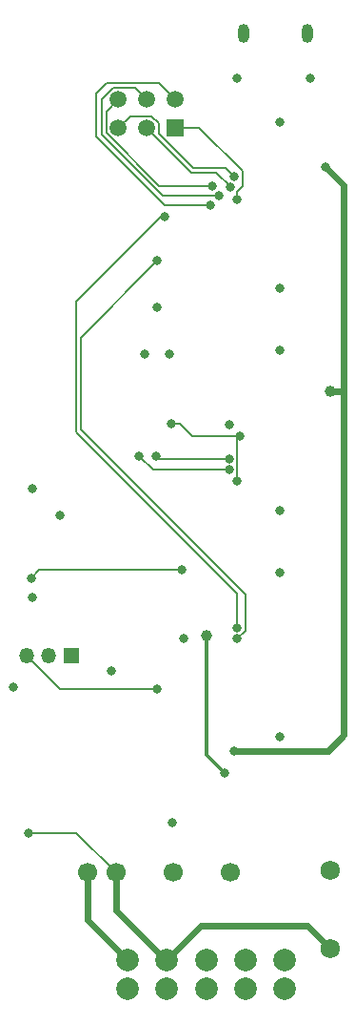
<source format=gbr>
%TF.GenerationSoftware,KiCad,Pcbnew,9.0.1*%
%TF.CreationDate,2025-05-24T17:32:27+03:00*%
%TF.ProjectId,PM-MCU_ESP32-C3,504d2d4d-4355-45f4-9553-5033322d4333,rev?*%
%TF.SameCoordinates,Original*%
%TF.FileFunction,Copper,L2,Bot*%
%TF.FilePolarity,Positive*%
%FSLAX46Y46*%
G04 Gerber Fmt 4.6, Leading zero omitted, Abs format (unit mm)*
G04 Created by KiCad (PCBNEW 9.0.1) date 2025-05-24 17:32:27*
%MOMM*%
%LPD*%
G01*
G04 APERTURE LIST*
%TA.AperFunction,ComponentPad*%
%ADD10R,1.500000X1.500000*%
%TD*%
%TA.AperFunction,ComponentPad*%
%ADD11C,1.500000*%
%TD*%
%TA.AperFunction,ComponentPad*%
%ADD12O,1.000000X1.700000*%
%TD*%
%TA.AperFunction,ComponentPad*%
%ADD13C,2.000000*%
%TD*%
%TA.AperFunction,ComponentPad*%
%ADD14C,1.725000*%
%TD*%
%TA.AperFunction,ComponentPad*%
%ADD15C,1.700000*%
%TD*%
%TA.AperFunction,ComponentPad*%
%ADD16R,1.350000X1.350000*%
%TD*%
%TA.AperFunction,ComponentPad*%
%ADD17O,1.350000X1.350000*%
%TD*%
%TA.AperFunction,ViaPad*%
%ADD18C,0.800000*%
%TD*%
%TA.AperFunction,ViaPad*%
%ADD19C,1.000000*%
%TD*%
%TA.AperFunction,Conductor*%
%ADD20C,0.200000*%
%TD*%
%TA.AperFunction,Conductor*%
%ADD21C,0.600000*%
%TD*%
%TA.AperFunction,Conductor*%
%ADD22C,0.300000*%
%TD*%
G04 APERTURE END LIST*
D10*
%TO.P,SW4,1*%
%TO.N,/SCK*%
X15240000Y36830000D03*
D11*
%TO.P,SW4,2*%
%TO.N,/MISO*%
X12700000Y36830000D03*
%TO.P,SW4,3*%
%TO.N,/MOSI*%
X10160000Y36830000D03*
%TO.P,SW4,4*%
%TO.N,Net-(RN1A-R1.2)*%
X10160000Y39370000D03*
%TO.P,SW4,5*%
%TO.N,Net-(RN1B-R2.2)*%
X12700000Y39370000D03*
%TO.P,SW4,6*%
%TO.N,Net-(RN1C-R3.2)*%
X15240000Y39370000D03*
%TD*%
D12*
%TO.P,J1,5,GND*%
%TO.N,GND_MCU*%
X26955029Y45202208D03*
X21305027Y45202208D03*
%TD*%
D13*
%TO.P,J6,1,Pin_1*%
%TO.N,+24V_BUS*%
X11000000Y-37000000D03*
%TO.P,J6,2,Pin_3*%
%TO.N,GND_BUS*%
X14500000Y-37000000D03*
%TO.P,J6,3,3*%
%TO.N,/A*%
X18000000Y-37000000D03*
%TO.P,J6,4,4*%
%TO.N,/B*%
X21500000Y-37000000D03*
%TO.P,J6,5,Pin_9*%
%TO.N,PE*%
X25000000Y-37000000D03*
%TO.P,J6,6,Pin_2*%
%TO.N,+24V_BUS*%
X11000000Y-39500000D03*
%TO.P,J6,7,Pin_4*%
%TO.N,GND_BUS*%
X14500000Y-39500000D03*
%TO.P,J6,8,Pin_6*%
%TO.N,/A*%
X18000000Y-39500000D03*
%TO.P,J6,9,Pin_8*%
%TO.N,/B*%
X21500000Y-39500000D03*
%TO.P,J6,10,Pin_10*%
%TO.N,PE*%
X25000000Y-39500000D03*
%TD*%
D14*
%TO.P,U4,1*%
%TO.N,GND_BUS*%
X29000000Y-36000000D03*
%TD*%
D15*
%TO.P,PS1,1,Vin*%
%TO.N,+24V_BUS*%
X7416800Y-29210000D03*
%TO.P,PS1,2,GND*%
%TO.N,GND_BUS*%
X9956800Y-29210000D03*
%TO.P,PS1,4,0V*%
%TO.N,GND_MCU*%
X15036800Y-29210000D03*
%TO.P,PS1,6,+V*%
%TO.N,+5V_MCU*%
X20116800Y-29210000D03*
%TD*%
D16*
%TO.P,J7,1,Pin_1*%
%TO.N,/UART_RTS*%
X6000000Y-10000000D03*
D17*
%TO.P,J7,2,Pin_2*%
%TO.N,/UART_RX*%
X4000000Y-10000000D03*
%TO.P,J7,3,Pin_3*%
%TO.N,/UART_TX*%
X2000000Y-10000000D03*
%TD*%
D14*
%TO.P,U3,1*%
%TO.N,GND_MCU*%
X29000000Y-29000000D03*
%TD*%
D18*
%TO.N,/SCL*%
X12000000Y7750000D03*
X20050000Y6500000D03*
%TO.N,/SDA*%
X13500000Y7709000D03*
X20050000Y7500002D03*
%TO.N,/USB_D+*%
X20750000Y-8500005D03*
X13651700Y25073700D03*
%TO.N,/USB_D-*%
X14272725Y29004725D03*
X20750000Y-7500002D03*
%TO.N,GND_MCU*%
X24496900Y37358200D03*
X5000000Y2500000D03*
X13590000Y20937600D03*
X24496900Y-2605000D03*
X800000Y-12800000D03*
X2540000Y-4812000D03*
X24496900Y22604900D03*
X24500300Y17074300D03*
X14690000Y16810300D03*
X15010000Y-24830000D03*
X2540000Y4812400D03*
X20088300Y10516500D03*
X9525000Y-11355000D03*
X20750000Y41242100D03*
X12490000Y16810200D03*
X24500300Y2927300D03*
X27250000Y41250000D03*
X15996000Y-8434000D03*
X24511900Y-17152000D03*
%TO.N,+3.3V_MCU*%
X28588000Y33388000D03*
D19*
X29000000Y13499993D03*
D18*
X20447000Y-18415000D03*
%TO.N,/SCK*%
X20700000Y30500000D03*
%TO.N,/MOSI*%
X20500000Y32512000D03*
%TO.N,/MISO*%
X20125955Y31584590D03*
%TO.N,/UART_TX*%
X13589000Y-12954000D03*
%TO.N,/INT*%
X14900000Y10600000D03*
X21000000Y9500000D03*
X20750000Y5500000D03*
%TO.N,GND_BUS*%
X2145000Y-25718000D03*
%TO.N,Net-(RN1A-R1.2)*%
X18500000Y31700000D03*
%TO.N,Net-(R5-Pad1)*%
X15831000Y-2385000D03*
X2439100Y-3098000D03*
%TO.N,+5V_MCU*%
X19620471Y-20382471D03*
D19*
X18037600Y-8226000D03*
D18*
%TO.N,Net-(RN1C-R3.2)*%
X18400000Y30000000D03*
%TO.N,Net-(RN1B-R2.2)*%
X19100000Y30800000D03*
%TD*%
D20*
%TO.N,/SCL*%
X13250000Y6500000D02*
X12000000Y7750000D01*
X20050000Y6500000D02*
X13250000Y6500000D01*
%TO.N,/SDA*%
X13708998Y7500002D02*
X13500000Y7709000D01*
X20050000Y7500002D02*
X13708998Y7500002D01*
%TO.N,/USB_D+*%
X6803100Y10046189D02*
X6803100Y18225100D01*
X21450000Y-4600711D02*
X6803100Y10046189D01*
X6803100Y18225100D02*
X13651700Y25073700D01*
X21450000Y-7789952D02*
X21450000Y-4600711D01*
X20750000Y-8500005D02*
X20750000Y-8489952D01*
X20750000Y-8489952D02*
X21450000Y-7789952D01*
%TO.N,/USB_D-*%
X13987925Y29004725D02*
X14272725Y29004725D01*
X20750000Y-4466397D02*
X6507098Y9776505D01*
X6403100Y21419900D02*
X13987925Y29004725D01*
X20750000Y-7500002D02*
X20750000Y-4466397D01*
X6507098Y9776505D02*
X6403100Y9880500D01*
X6403100Y9880500D02*
X6403100Y21419900D01*
D21*
%TO.N,+3.3V_MCU*%
X30200000Y13262000D02*
X30200000Y31776000D01*
D22*
X29037993Y13462000D02*
X29238000Y13462000D01*
D21*
X30000000Y13462000D02*
X30200000Y13262000D01*
X30200000Y-17044000D02*
X30200000Y13262000D01*
X20447000Y-18415000D02*
X28829000Y-18415000D01*
X30200000Y31776000D02*
X28588000Y33388000D01*
X29037993Y13462000D02*
X30000000Y13462000D01*
X28588000Y33388000D02*
X28575000Y33401000D01*
X28829000Y-18415000D02*
X30200000Y-17044000D01*
X29000000Y13499993D02*
X29037993Y13462000D01*
D20*
%TO.N,/SCK*%
X21200000Y31684000D02*
X21200000Y33000000D01*
X21200000Y33000000D02*
X17370000Y36830000D01*
X17370000Y36830000D02*
X15240000Y36830000D01*
X20700000Y31184000D02*
X21200000Y31684000D01*
X20700000Y30500000D02*
X20700000Y31184000D01*
%TO.N,/MOSI*%
X13751000Y37265339D02*
X13751000Y36346100D01*
X10270000Y36830000D02*
X10160000Y36830000D01*
X19712000Y33300000D02*
X20500000Y32512000D01*
X16797100Y33300000D02*
X19712000Y33300000D01*
X10160000Y36830000D02*
X11211000Y37881000D01*
X13751000Y36346100D02*
X16797100Y33300000D01*
X11211000Y37881000D02*
X13135339Y37881000D01*
X13135339Y37881000D02*
X13751000Y37265339D01*
%TO.N,/MISO*%
X20125955Y31648745D02*
X18874700Y32900000D01*
X16630000Y32900000D02*
X12700000Y36830000D01*
X20125955Y31584590D02*
X20125955Y31648745D01*
X18874700Y32900000D02*
X16630000Y32900000D01*
%TO.N,/UART_TX*%
X13589000Y-12954000D02*
X4954000Y-12954000D01*
X4954000Y-12954000D02*
X2000000Y-10000000D01*
%TO.N,/INT*%
X20750000Y9250000D02*
X20750000Y5500000D01*
X15677700Y10600000D02*
X16777700Y9500000D01*
X21000000Y9500000D02*
X20750000Y9250000D01*
X16777700Y9500000D02*
X21000000Y9500000D01*
X14900000Y10600000D02*
X15677700Y10600000D01*
D21*
%TO.N,GND_BUS*%
X26956000Y-33956000D02*
X17544000Y-33956000D01*
D20*
X6457900Y-25718000D02*
X9950000Y-29210000D01*
X14500000Y-37000000D02*
X14280900Y-37000000D01*
X2145000Y-25718000D02*
X6457900Y-25718000D01*
D21*
X17544000Y-33956000D02*
X14500000Y-37000000D01*
X14350736Y-37000000D02*
X9956800Y-32606064D01*
X9956800Y-32606064D02*
X9956800Y-29210000D01*
X14500000Y-37000000D02*
X14350736Y-37000000D01*
X29000000Y-36000000D02*
X26956000Y-33956000D01*
%TO.N,+24V_BUS*%
X7416800Y-33416800D02*
X7416800Y-29210000D01*
X11000000Y-37000000D02*
X7416800Y-33416800D01*
D20*
%TO.N,Net-(RN1A-R1.2)*%
X18500000Y31700000D02*
X13803661Y31700000D01*
X9109000Y38319000D02*
X10160000Y39370000D01*
X9109000Y36394661D02*
X9109000Y38319000D01*
X13803661Y31700000D02*
X9109000Y36394661D01*
%TO.N,Net-(R5-Pad1)*%
X2439100Y-3098000D02*
X3152400Y-2385000D01*
X3152400Y-2385000D02*
X15831000Y-2385000D01*
D22*
%TO.N,+5V_MCU*%
X19620471Y-20382471D02*
X18037600Y-18799600D01*
X18037600Y-18799600D02*
X18037600Y-8226000D01*
D20*
%TO.N,Net-(RN1C-R3.2)*%
X8200000Y39900000D02*
X9122000Y40822000D01*
X13788000Y40822000D02*
X15240000Y39370000D01*
X8200000Y36100000D02*
X8200000Y39900000D01*
X14300000Y30000000D02*
X8200000Y36100000D01*
X9122000Y40822000D02*
X13788000Y40822000D01*
X18400000Y30000000D02*
X14300000Y30000000D01*
%TO.N,Net-(RN1B-R2.2)*%
X19100000Y30800000D02*
X14136561Y30800000D01*
X8708000Y39404339D02*
X9724661Y40421000D01*
X11649000Y40421000D02*
X12700000Y39370000D01*
X8708000Y36228561D02*
X8708000Y39404339D01*
X14136561Y30800000D02*
X8708000Y36228561D01*
X9724661Y40421000D02*
X11649000Y40421000D01*
%TD*%
M02*

</source>
